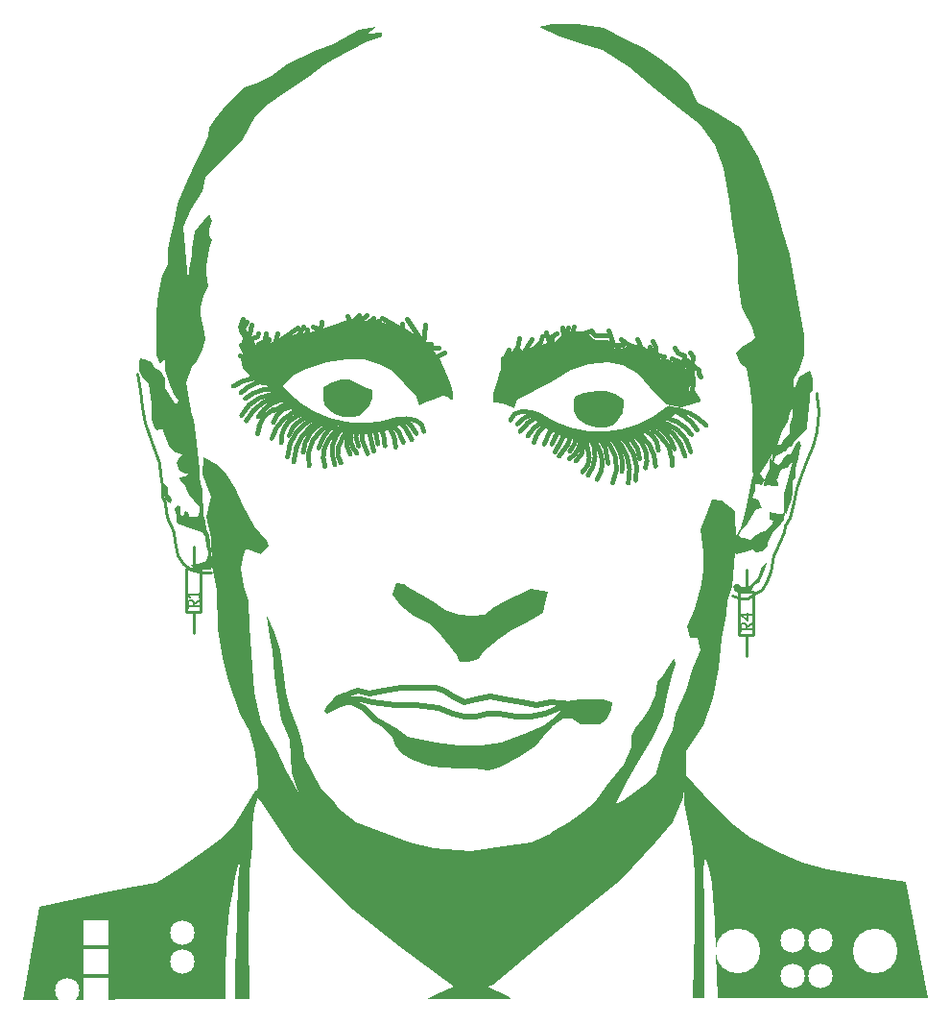
<source format=gto>
G04 start of page 2 for group 1 layer_idx 6 *
G04 Title: (unknown), top_silk *
G04 Creator: pcb-rnd 3.1.4-dev *
G04 CreationDate: 2024-02-11 09:28:28 UTC *
G04 For: STEM4ukraine *
G04 Format: Gerber/RS-274X *
G04 PCB-Dimensions: 334646 393701 *
G04 PCB-Coordinate-Origin: lower left *
%MOIN*%
%FSLAX25Y25*%
%LNTOP_SILK_NONE_1*%
%ADD55C,0.1550*%
%ADD54C,0.0850*%
%ADD53C,0.0070*%
%ADD52C,0.0800*%
%ADD51C,0.0150*%
%ADD50C,0.0200*%
%ADD49C,0.0100*%
%ADD48C,0.0001*%
G54D48*G36*
X263000Y212201D02*Y230701D01*
X262500Y237201D01*
X261000Y244701D01*
X259000Y246201D01*
X257500Y249701D01*
X259500Y252201D01*
X262500Y253701D01*
X264000Y255201D01*
X263000Y258701D01*
X259500Y265701D01*
X258000Y275201D01*
Y283201D01*
X256000Y294701D01*
X255000Y302701D01*
X253000Y314201D01*
X250000Y322201D01*
X245000Y329201D01*
X237500Y335201D01*
X229000Y341701D01*
X220500Y349201D01*
X211000Y355201D01*
X205500Y356701D01*
X195500Y360201D01*
X189000Y363201D01*
X193500Y364201D01*
X202500D01*
X211500Y362701D01*
X219000Y358701D01*
X225500Y355701D01*
X231500Y351701D01*
X237500Y347201D01*
X241000Y343201D01*
X244000Y336701D01*
X249500Y334201D01*
X259000Y328201D01*
X265000Y318201D01*
X270000Y305201D01*
X273500Y292701D01*
X276000Y284201D01*
X279000Y267201D01*
X281000Y256201D01*
Y249201D01*
X279500Y244201D01*
X277500Y240701D01*
Y236701D01*
X279500Y241701D01*
X283000Y243701D01*
X284000Y241201D01*
Y237201D01*
X281500Y234201D01*
X278500Y233201D01*
X276000Y229201D01*
X275500Y226201D01*
X273500Y222701D01*
X271500Y217201D01*
X268500Y212201D01*
X263500Y204701D01*
X263000Y212201D01*
G37*
G36*
X270500D02*X270000Y212701D01*
Y214701D01*
X270500Y216701D01*
X272000Y218201D01*
X273000D01*
X274000Y220201D01*
X275000Y220701D01*
X276000Y222201D01*
Y224701D01*
X277000Y227701D01*
Y231701D01*
X283000Y236701D01*
Y233701D01*
X282500Y228201D01*
X282000Y223701D01*
X280500Y221701D01*
X279000Y220701D01*
X277500Y218701D01*
X277000Y217701D01*
X275500Y217201D01*
X275000Y216201D01*
X274000Y215701D01*
X272500Y214701D01*
X271000Y214201D01*
X270500Y211701D01*
Y212201D01*
G37*
G36*
X267000Y204201D02*X267500Y205701D01*
X268000Y207701D01*
X269000Y209701D01*
Y212201D01*
X269500Y213701D01*
X270500Y212201D01*
X272000Y211201D01*
X273000Y211701D01*
X274000Y213701D01*
X275000Y214701D01*
X276500D01*
X277000Y216201D01*
X278000Y218201D01*
X279500Y219701D01*
X280000Y217701D01*
X279500Y215701D01*
X279000Y213201D01*
X278500Y211201D01*
X278000Y209701D01*
Y206701D01*
X277000Y205701D01*
Y201201D01*
X276500Y198201D01*
X275500Y195701D01*
X275000Y194201D01*
X274000Y195201D01*
Y201201D01*
X275500Y205701D01*
X276500Y209701D01*
X277000Y212201D01*
X276500Y211701D01*
X275500Y210201D01*
X273500Y209701D01*
X272500Y208201D01*
X272000Y206701D01*
X271500Y206201D01*
X272000Y204701D01*
Y203701D01*
X270000D01*
X269000Y204201D01*
X267000Y203701D01*
Y204201D01*
G37*
G36*
X265000Y208701D02*X266500Y207201D01*
X267500Y205701D01*
X266500Y204201D01*
X264500Y204701D01*
X264000Y203701D01*
Y202201D01*
X263000Y199701D01*
X265000Y199201D01*
X266500Y196201D01*
X264500Y195701D01*
X261500Y190701D01*
X259500Y188701D01*
X258500Y186701D01*
X259000Y185701D01*
X260000D01*
X262500Y185201D01*
X264500Y186701D01*
X266000Y187701D01*
X267500Y188201D01*
X270000Y190701D01*
X270500Y191701D01*
X269000Y192201D01*
Y194701D01*
X272000Y194201D01*
X273500D01*
X274500Y194701D01*
X274000Y192201D01*
X273000Y190701D01*
X270500Y188201D01*
X268500Y184201D01*
Y182701D01*
X266500Y181201D01*
X264500Y180701D01*
X263000Y181701D01*
X260000Y180701D01*
X257500Y180201D01*
X256500Y182201D01*
X257000Y185701D01*
X259000Y189201D01*
X260000Y192701D01*
X261000Y196701D01*
X262000Y201701D01*
X263000Y207201D01*
X265000Y208701D01*
G37*
G36*
X201500Y234701D02*X204500Y236201D01*
X209000Y236701D01*
X212000D01*
X215500Y235701D01*
X218500Y233701D01*
Y232201D01*
X218000Y229201D01*
X216500Y226701D01*
X215000Y225201D01*
X212500Y224201D01*
X209000D01*
X205500Y225201D01*
X202500Y227201D01*
X201000Y229701D01*
Y233201D01*
X201500Y234701D01*
G37*
G36*
X177500Y232201D02*X174500Y232701D01*
X173000D01*
Y235701D01*
X174500Y239701D01*
X175500Y243701D01*
X181000Y247701D01*
X188000Y251201D01*
X195000Y253701D01*
X202500Y254701D01*
X211000Y252701D01*
X217500Y249201D01*
X223500Y247701D01*
X231500Y244701D01*
X237500Y239701D01*
X242000Y236201D01*
X244000Y232701D01*
X238500Y231201D01*
X233000Y232201D01*
X227500Y238201D01*
X223500Y242701D01*
X218000Y245701D01*
X213000Y246701D01*
X206500Y246201D01*
X200000Y244201D01*
X193000Y239701D01*
X181500Y233701D01*
X180500Y230701D01*
X177500Y232201D01*
G37*
G36*
X90000Y91701D02*X89500Y85701D01*
Y79201D01*
X88500Y69701D01*
Y62201D01*
X88000Y50201D01*
Y42201D01*
X88500Y33201D01*
Y25701D01*
X83500D01*
Y35201D01*
X84000Y53201D01*
X84500Y66701D01*
X85000Y73201D01*
X84500Y72201D01*
X83500Y68201D01*
X82500Y61701D01*
X81500Y56701D01*
X80500Y45701D01*
X80000Y34701D01*
Y25701D01*
X22500D01*
Y59201D01*
X38000Y62701D01*
X48500Y64701D01*
X56000Y66201D01*
X64000Y71201D01*
X74000Y78201D01*
X79500Y82201D01*
X83000Y86201D01*
X89000Y95701D01*
X90500Y98201D01*
X91500D01*
X91000Y95201D01*
X90000Y91701D01*
G37*
G36*
X115500Y124701D02*X114500Y125701D01*
X115500Y127701D01*
X117000Y129201D01*
X118000Y130701D01*
X121000Y132201D01*
X126000Y133201D01*
X123500Y132201D01*
X121000Y130701D01*
X121500Y129701D01*
X125000Y128201D01*
X123500Y127701D01*
X122000D01*
X120000Y127201D01*
X116000Y125201D01*
X115500Y124701D01*
G37*
G36*
X133500Y122201D02*X138000Y119201D01*
X143000Y115701D01*
X149500Y114201D01*
X160000Y112701D01*
X168000D01*
X176500Y113701D01*
X183500Y116701D01*
X192000Y120201D01*
X198000Y126201D01*
X193500Y120201D01*
X190500Y116701D01*
X188000Y113701D01*
X182000Y109701D01*
X175000Y106201D01*
X171500Y105201D01*
X166500Y105701D01*
X162000D01*
X155000Y106201D01*
X150500Y106701D01*
X145000Y108701D01*
X141500Y110701D01*
X139000Y113701D01*
X138000Y116701D01*
X132000Y122701D01*
X133500Y122201D01*
G37*
G36*
X154000Y27701D02*X156500Y28701D01*
X159500Y30201D01*
X171000D01*
X178000Y26701D01*
X179500Y25701D01*
X150000D01*
X152000Y26701D01*
X154000Y27701D01*
G37*
G36*
X256500Y168701D02*X257000Y169701D01*
X258000D01*
X259500Y168701D01*
X262000Y169201D01*
X263500Y170201D01*
X265000Y172201D01*
X266500Y175701D01*
X268500Y177701D01*
X267000Y174201D01*
X265500Y170201D01*
X264000Y169701D01*
X262500Y167201D01*
X261500Y166701D01*
X258500D01*
X257000Y167201D01*
X256500Y168701D01*
G37*
G36*
X194000Y122201D02*X198000Y125701D01*
X199500Y129201D01*
X198500D01*
X203000Y129701D01*
X211500D01*
X214500Y128701D01*
X214000Y126201D01*
X212500Y122701D01*
X210000Y121201D01*
X203500D01*
X200500Y123201D01*
X197500D01*
X194000Y121201D01*
Y122201D01*
G37*
G36*
X229000Y102201D02*X231000Y109201D01*
X232500Y113201D01*
X235500Y119201D01*
X236500Y124701D01*
X240000Y132701D01*
X242000Y139701D01*
X245000Y146701D01*
X244000Y151201D01*
X241500D01*
X240500Y155201D01*
X243000Y161201D01*
X245500Y169701D01*
X246000Y174701D01*
Y180701D01*
X245000Y188701D01*
X247000Y193701D01*
X249000Y199201D01*
X252500Y198701D01*
X257000Y195201D01*
X257500Y184701D01*
X256000Y168701D01*
X254500Y164201D01*
X254000Y159201D01*
X252500Y150701D01*
X251500Y140701D01*
X249500Y130201D01*
X246000Y120701D01*
X240000Y111701D01*
X229000Y102201D01*
G37*
G36*
X193500Y83701D02*X199500Y87201D01*
X204500Y90701D01*
X208500Y94201D01*
X212500Y99701D01*
X218500Y107201D01*
X221000Y113201D01*
Y117201D01*
X222500Y119701D01*
X225000Y123201D01*
X227000Y126201D01*
X229500Y131201D01*
X230000Y135701D01*
X232000Y138201D01*
X234500Y141701D01*
X236000Y144201D01*
X236500Y141701D01*
X235000Y137701D01*
X233500Y131201D01*
X232000Y124201D01*
X228000Y115701D01*
X223500Y108201D01*
X219500Y101201D01*
X215500Y93201D01*
X213000Y88701D01*
X210000Y83701D01*
X188000Y75201D01*
X189500Y77701D01*
X193500Y83701D01*
G37*
G36*
X125500Y87201D02*X136000Y83201D01*
X144000Y80201D01*
X152500Y78201D01*
X165500Y77201D01*
X176500Y78701D01*
X186500Y80201D01*
X194500Y83701D01*
X218500Y94701D01*
X227000Y101201D01*
X232500Y107201D01*
X240000Y112201D01*
Y104701D01*
X239000Y95701D01*
X235500Y87201D01*
X229500Y80201D01*
X217500Y67201D01*
X202500Y55201D01*
X191500Y46201D01*
X173000Y30701D01*
X170500Y29701D01*
X159500Y30201D01*
X140500Y44201D01*
X124500Y56701D01*
X103500Y77701D01*
X92000Y94701D01*
X119000Y92201D01*
X125500Y87201D01*
G37*
G36*
X86000Y178701D02*X85500Y175201D01*
X86500Y169201D01*
X88000Y163701D01*
X88500Y155201D01*
X89500Y141201D01*
X90000Y132201D01*
X92500Y121701D01*
X98000Y111701D01*
X101000Y105201D01*
X108000Y92701D01*
X106500Y88701D01*
X96000Y89701D01*
X91000Y95701D01*
X91500Y101701D01*
X90500Y111201D01*
X88500Y118701D01*
X85000Y124701D01*
X81000Y136201D01*
X79000Y144201D01*
X77500Y154201D01*
X77000Y167701D01*
X75500Y176201D01*
X75000Y185701D01*
X73500Y193201D01*
X75000Y200201D01*
X72000Y207701D01*
X72500Y213701D01*
X77500Y211201D01*
X80500Y207701D01*
X83500Y203201D01*
X86000Y197201D01*
X90000Y189701D01*
X94500Y184701D01*
X95000Y183201D01*
X92500Y180201D01*
X87000Y182201D01*
X86000Y178701D01*
G37*
G36*
X97000Y153201D02*X99000Y147201D01*
X100000Y140201D01*
X101000Y132201D01*
X102500Y126701D01*
X105500Y119201D01*
X107000Y113201D01*
X107500Y109701D01*
X110000Y104701D01*
X113000Y99201D01*
X117500Y94701D01*
X119500Y91701D01*
X120000Y85701D01*
X110500Y90201D01*
X107000Y92701D01*
X103000Y104201D01*
X102500Y115701D01*
X99500Y122701D01*
X98000Y131201D01*
X97000Y138201D01*
X96500Y146701D01*
X95500Y151701D01*
X94500Y158701D01*
X97000Y153201D01*
G37*
G36*
X160500Y145201D02*X158000Y148201D01*
X155000Y151701D01*
X151500Y155701D01*
X145500Y158701D01*
X141000Y162201D01*
X138000Y166201D01*
X139500Y170201D01*
X142000Y169701D01*
X144500Y168201D01*
X148000Y166201D01*
X152000Y163701D01*
X156500Y160701D01*
X161000Y159201D01*
X166000Y158701D01*
X170000Y159201D01*
X173500Y161701D01*
X177000Y163701D01*
X186000Y168201D01*
X192000Y167201D01*
X191000Y163201D01*
X190500Y159701D01*
X184000Y156201D01*
X179500Y153701D01*
X175000Y150701D01*
X169500Y146201D01*
X168000Y143701D01*
X164500Y142701D01*
X161500D01*
X160500Y145201D01*
G37*
G36*
X69000Y208201D02*X66000D01*
X64000Y209201D01*
X63000Y211701D01*
X64000Y213701D01*
X65000Y214701D01*
X62000Y215701D01*
X60500Y217701D01*
X59000Y221201D01*
X58000Y223701D01*
X56000Y223201D01*
X55500Y224201D01*
X54500Y227201D01*
Y232201D01*
X54000Y234701D01*
X53500Y239201D01*
X51000Y241701D01*
X50000Y243701D01*
Y246701D01*
X50500Y248201D01*
X52000Y247701D01*
X54500Y246701D01*
X55500Y244701D01*
X57500Y243701D01*
X59000Y241201D01*
Y237701D01*
X62000Y233201D01*
X63000Y232201D01*
X64000Y233701D01*
X67500Y231701D01*
X69000Y226701D01*
X70000Y218701D01*
X71000Y209701D01*
X69000Y208201D01*
G37*
G36*
X70500Y176701D02*X73500Y177701D01*
X74000Y179701D01*
Y181201D01*
X73500Y182701D01*
X73000Y186201D01*
X72000Y187701D01*
X71000Y188201D01*
X68000Y189201D01*
X66000Y189701D01*
X65500Y190201D01*
X63500Y190701D01*
X63000Y191701D01*
Y193701D01*
X62500Y195701D01*
X63500Y197201D01*
X64500Y196701D01*
Y194201D01*
X65500Y193201D01*
X66000Y195201D01*
X67000Y194701D01*
X67500Y193701D01*
Y193201D01*
X70500D01*
X71000Y194701D01*
Y196701D01*
X69000Y198701D01*
X67500Y200701D01*
X66500Y202701D01*
X66000Y204201D01*
X64500Y205701D01*
X64000Y206701D01*
X66000Y207201D01*
X67500Y208201D01*
X68500Y209201D01*
X71000Y209701D01*
Y207201D01*
X71500Y204701D01*
X72000Y202701D01*
Y199201D01*
X72500Y196701D01*
Y193701D01*
X73000Y191701D01*
X73500Y188701D01*
X74500Y186701D01*
X75500Y178201D01*
Y176201D01*
X75000Y174701D01*
X72500D01*
X70000Y175201D01*
X68000Y176201D01*
X67500D01*
X70500Y176701D01*
G37*
G36*
X59500Y198701D02*X59000Y199701D01*
X58500Y201201D01*
Y205201D01*
X60000Y203201D01*
Y201201D01*
X61000Y200201D01*
X61500Y198701D01*
X61000Y197701D01*
X59500Y198701D01*
G37*
G36*
X146500Y234701D02*X138000Y243701D01*
X133500Y246201D01*
X128000Y247701D01*
X122000D01*
X115000Y246701D01*
X107500Y244201D01*
X103500Y242201D01*
X100500Y239201D01*
X99000Y235201D01*
X97500Y236701D01*
X94000Y238701D01*
X91000Y239201D01*
X86000Y244701D01*
X85500Y248201D01*
X88500Y247701D01*
X93000Y250701D01*
X96500Y253701D01*
X102500Y256201D01*
X109500Y257201D01*
X116000Y259201D01*
X123500Y261701D01*
X133500Y260701D01*
X142000Y258701D01*
X150500Y253201D01*
X154500Y248201D01*
X157000Y242201D01*
X158500Y238701D01*
X159000Y236201D01*
Y233701D01*
X158500D01*
X157500Y234701D01*
X155500Y235201D01*
X153000Y234201D01*
X150000Y233201D01*
X147500Y231701D01*
X146500Y234701D01*
G37*
G36*
X67000Y274701D02*X67500Y279201D01*
X68500Y283701D01*
Y286201D01*
X69500Y292201D01*
X72500Y295701D01*
X74500Y298201D01*
X75500Y295701D01*
X74500Y293201D01*
Y290701D01*
X75500Y289201D01*
X74500Y286201D01*
X73500Y280201D01*
Y277701D01*
X74000Y273201D01*
X72500Y269701D01*
X71500Y265701D01*
Y263201D01*
X72500Y258701D01*
X73000Y254701D01*
X72000Y251201D01*
X70000Y247201D01*
X68500Y245201D01*
X66500Y239701D01*
X67000Y235701D01*
X68000Y230201D01*
X63500Y233701D01*
X62000Y235701D01*
X60500Y239701D01*
X59000Y244201D01*
Y248201D01*
X57500Y246201D01*
X56000Y249201D01*
Y263201D01*
X56500Y268201D01*
X57000Y272201D01*
X58000Y276701D01*
X60000Y280701D01*
Y286201D01*
X61000Y290701D01*
X62500Y296201D01*
X63500Y301701D01*
X66000Y308201D01*
X69000Y314701D01*
X72000Y320701D01*
X74000Y325201D01*
X74500Y328201D01*
X76500Y331201D01*
X80500Y336201D01*
X86500Y342201D01*
X91500Y343701D01*
X96000Y346201D01*
X101500Y350201D01*
X111000Y354701D01*
X117500Y357201D01*
X126500Y362201D01*
X132500Y363201D01*
X129500Y360701D01*
X134500Y361201D01*
Y359701D01*
X129500Y358201D01*
X123000Y354701D01*
X118000Y352201D01*
X114000Y349701D01*
X109500Y346201D01*
X100500Y340201D01*
X94000Y335701D01*
X90500Y332201D01*
X86000Y324201D01*
X77000Y315201D01*
X73000Y310701D01*
X72000Y306201D01*
X68000Y299701D01*
X65500Y293701D01*
X67000Y274701D01*
G37*
G36*
X117000Y239701D02*X120000Y240701D01*
X123000D01*
X126500Y239201D01*
X128500Y238201D01*
X131000Y237201D01*
Y234201D01*
X130000Y231701D01*
X128500Y229701D01*
X126500Y228201D01*
X124000Y227701D01*
X121000D01*
X118000Y228701D01*
X116000Y230201D01*
X114500Y232201D01*
X114000Y234201D01*
Y238201D01*
X117000Y239701D01*
G37*
G36*
X41732Y25638D02*X9646D01*
X15354Y57724D01*
X38583Y62843D01*
X41732Y25638D01*
G37*
G36*
X316535Y66386D02*X324016Y26228D01*
X292520D01*
X300787Y68748D01*
X316535Y66386D01*
G37*
G36*
X246000Y96701D02*X255500Y87201D01*
X262500Y81701D01*
X272000Y76701D01*
X280500Y73201D01*
X289000Y70701D01*
X304500Y68201D01*
X308000Y67701D01*
Y26201D01*
X251000D01*
X250500Y41701D01*
X250000Y52701D01*
X249000Y65701D01*
X248000Y71201D01*
X247000Y74201D01*
X246500D01*
X246000Y69701D01*
X246500Y58701D01*
Y26201D01*
X242500D01*
X243000Y51201D01*
Y69201D01*
X242500Y78201D01*
X240500Y88701D01*
X239500Y93701D01*
Y99201D01*
X239000Y104201D01*
X239500D01*
X246000Y96701D01*
G37*
G54D49*X65500Y176701D02*X63500Y179701D01*
X62500Y184701D01*
X62000Y187701D01*
X61000Y190201D01*
X75000Y173701D02*X72000D01*
X68000Y174701D01*
X65500Y176701D01*
X71500Y175201D02*X66500D01*
X69000Y152701D02*Y160201D01*
X66500D02*X71500D01*
X66500D02*Y175201D01*
X71500D02*Y160201D01*
G54D50*X188000Y127701D02*X193000Y128701D01*
X183000D02*X188000Y127701D01*
X186000Y123701D02*X191000Y124701D01*
X184000Y116701D02*X191000Y119701D01*
X196000Y126701D02*X198000D01*
X195000Y122701D02*X198000Y125701D01*
X191000Y119701D02*X195000Y122701D01*
X198000Y126701D02*Y125701D01*
X193000Y128701D02*X200000Y128201D01*
X191000Y124701D02*X198500Y127701D01*
X181000Y123701D02*X186000D01*
X175000Y124701D02*X181000Y123701D01*
X176000Y113701D02*X184000Y116701D01*
X169000Y112701D02*X176000Y113701D01*
X171000Y124701D02*X175000D01*
X167000Y123701D02*X171000Y124701D01*
X177000Y129701D02*X183000Y128701D01*
G54D49*X258500Y152201D02*Y167201D01*
X263500D02*Y152201D01*
X261000Y144701D02*Y152201D01*
Y167201D02*Y174701D01*
X258500Y152201D02*X263500D01*
Y167201D02*X258500D01*
G54D50*X172000Y130701D02*X177000Y129701D01*
X167000D02*X172000Y130701D01*
X127000Y129701D02*X120000D01*
X130000Y131701D02*X135000Y132701D01*
X126000D02*X130000Y131701D01*
X123000D02*X126000Y132701D01*
X120000Y129701D02*X123000Y131701D01*
X153000Y133701D02*X156000Y132701D01*
X141000Y133701D02*X153000D01*
X135000Y132701D02*X141000Y133701D01*
X163000Y128701D02*X167000Y129701D01*
X159000Y130701D02*X163000Y128701D01*
X156000Y132701D02*X159000Y130701D01*
X131000Y128701D02*X127000Y129701D01*
X124000Y128701D02*X128000Y126701D01*
X120000Y129701D02*X124000Y128701D01*
X132000Y122701D02*X128000Y126701D01*
X139000Y127701D02*X131000Y128701D01*
X139000Y118701D02*X132000Y122701D01*
X143000Y115701D02*X139000Y118701D01*
X153000Y113701D02*X143000Y115701D01*
X161000Y112701D02*X153000Y113701D01*
X161000Y112701D02*X169000D01*
X146000Y127701D02*X139000D01*
X154000Y126701D02*X146000Y127701D01*
X159000Y124701D02*X154000Y126701D01*
X163000Y123701D02*X159000Y124701D01*
X163000Y123701D02*X167000D01*
G54D49*X61000Y190201D02*X60000Y192201D01*
X59500Y194701D01*
X59000Y198201D01*
G54D51*X85000Y249201D02*X87750Y248201D01*
X96655Y230325D02*X102281Y233231D01*
X91707Y224676D02*X91060Y222262D01*
G54D49*X282000Y213201D02*X280000Y207701D01*
X278500Y203201D01*
G54D51*X156000Y250201D02*X153500Y248701D01*
X231683Y220438D02*X227000Y224701D01*
X235000Y213701D02*Y211201D01*
X198500Y223201D02*X194500Y215701D01*
X129422Y224406D02*X131344Y216126D01*
G54D49*X286000Y229701D02*X285500Y222701D01*
X284000Y217701D01*
X278500Y203201D02*X277500Y198201D01*
G54D51*X85000Y259201D02*X88026Y255674D01*
X86000Y261701D02*X85000Y259201D01*
X85500Y257701D02*X87500Y260701D01*
X89000Y259701D02*X88500Y256701D01*
X90315Y250016D02*X87250Y254451D01*
X87500Y254534D02*X85500Y257701D01*
X88500Y256701D02*X87500Y254534D01*
X89000Y248201D02*X90315Y250016D01*
X86781Y252982D02*X89000Y248201D01*
X91675Y248875D02*X86781Y252982D01*
X91500Y253201D02*X93583Y254201D01*
X88026Y255674D02*X91500Y249201D01*
X91000Y255701D02*X91500Y256701D01*
X86500Y254201D02*X91000Y255701D01*
X93583Y254201D02*X91675Y248875D01*
X91500Y249201D02*Y253201D01*
X88000Y247701D02*X86500Y254201D01*
X85500Y252701D02*X88000Y247701D01*
X95000Y254701D02*X94500Y251201D01*
X97000Y253201D02*X105000Y258701D01*
X98000Y256701D02*X97000Y253201D01*
X107000Y259201D02*X105000Y255701D01*
X113000Y258201D02*X113500Y260701D01*
X110500Y259201D02*X113000Y258201D01*
X108500D02*X108000Y256201D01*
X129000Y260201D02*X133500Y261201D01*
X141500Y258201D02*Y260201D01*
X134500Y262201D02*X141500Y258201D01*
X154000Y251701D02*X151000D01*
X148844Y253201D02*X151500D01*
X149500Y259701D02*X148844Y253201D01*
X148500Y253701D02*X143000Y261701D01*
X131500Y262201D02*X129000Y260201D01*
Y263201D02*X125500Y260201D01*
X126500Y263201D02*X123500Y260201D01*
X122500Y262701D01*
X94000Y256701D02*X93000Y250701D01*
X187500Y251701D02*X183174Y249527D01*
X189500Y253701D02*X187500Y251701D01*
X190000Y255701D02*X189500Y253701D01*
X183174Y249527D02*X192643Y253201D01*
X193500Y255701D02*Y253701D01*
X192500D02*X193000Y252201D01*
X191500Y257201D02*X192500Y253701D01*
X182000Y250701D02*X179500Y246201D01*
X182000Y247701D02*Y250701D01*
X178000Y245201D02*X180000Y250201D01*
X178500Y251201D02*X178000Y245201D01*
X176500Y247201D02*X178500Y251201D01*
X176500Y243201D02*Y248201D01*
X186500Y254701D02*X182000Y247701D01*
X181500Y251701D02*X182000Y255201D01*
X180000Y250201D02*X181500Y251701D01*
G54D50*X204000Y254701D02*X197500Y254201D01*
G54D51*X200500Y255701D01*
X195000Y256701D02*X193500Y255701D01*
X192500Y251201D02*X197000Y255451D01*
X199000Y258701D02*X197500Y254201D01*
X200500Y257201D02*X197500Y255701D01*
X201000Y259201D02*X200500Y257201D01*
X197500Y255701D02*X197000Y258701D01*
G54D50*X211000Y252701D02*X204000Y254701D01*
G54D51*X213643Y256201D02*X208500D01*
X214500Y254201D02*X213000Y257701D01*
G54D50*X217500Y249201D02*X211000Y252701D01*
G54D51*X215500D02*X217000Y250701D01*
X214000Y252701D02*X218000D01*
X212500Y253701D02*X214000Y252701D01*
X217500Y254701D02*X220000Y252701D01*
X207500Y253701D02*X212500D01*
X205000Y256901D02*X207500Y253701D01*
X204500Y256701D02*X200400Y256801D01*
X207000Y257701D02*X204500Y256701D01*
X208500Y256201D02*X207000Y257701D01*
X219000Y251201D02*X220500Y252301D01*
X217000Y250701D02*X219000Y251201D01*
X220000Y252701D02*X223500Y251701D01*
G54D52*X221500Y248701D02*X224000Y247201D01*
G54D51*X225500Y251034D02*X226000Y248701D01*
X227500Y252201D02*X228500Y246201D01*
X226000Y250701D02*X228000Y251201D01*
X224500Y251701D02*X226000Y250701D01*
X223000Y254701D02*X224500Y251701D01*
X229500Y252201D02*Y248701D01*
X228000Y251201D02*X230500Y249201D01*
X228500Y254201D02*X229500Y252201D01*
X200500Y255701D02*X205746Y255946D01*
G54D49*X285500Y236201D02*Y235201D01*
X286000Y229701D01*
X284000Y217701D02*X282000Y213201D01*
G54D51*X233500Y247201D02*X235000Y246201D01*
X231500Y247201D02*X233500D01*
X235000Y248201D02*X237500Y247201D01*
G54D52*X236500Y242201D02*X229500Y243701D01*
G54D51*X235000Y246201D02*X240500Y247401D01*
X237500Y247201D02*X238000Y245201D01*
X240500Y243701D02*Y240701D01*
X238000Y245201D02*X241444Y246645D01*
X242500Y248701D02*X242000Y246201D01*
X241500Y250201D02*X242500Y248701D01*
X239500Y249201D02*Y248201D01*
X242000Y246201D02*X240500Y243701D01*
X242500Y239701D02*X242000Y243701D01*
G54D52*X238500Y240701D02*X236500Y242201D01*
G54D51*X241444Y246645D02*X238500Y237701D01*
X240500Y240701D02*X240000Y237201D01*
X242000Y236701D02*X242500Y239701D01*
X244000Y233701D02*X242000Y236701D01*
X244500Y242701D02*X245000Y241701D01*
X244500Y244201D02*Y242701D01*
X239500Y248201D02*X244500Y244201D01*
X237000Y250201D02*X239500Y249201D01*
X236000Y251701D02*X237000Y250201D01*
X226000Y248701D02*X231500Y247201D01*
X230500Y249201D02*X232500Y248701D01*
G54D49*X277500Y198201D02*X276000Y192701D01*
X274500Y190201D01*
X274000Y187701D01*
X69000Y175201D02*Y182701D01*
X274000Y187701D02*X272500Y184201D01*
X271500Y181701D01*
X270500Y179701D01*
X269500Y174201D01*
X268000Y170701D01*
X266500Y167701D01*
X264500Y166701D01*
X261500Y164701D01*
X259000D01*
X256000Y165701D01*
X57500Y207701D02*X57000Y211701D01*
X54500Y219201D01*
X52000Y225701D01*
X51000Y231201D01*
X59000Y198201D02*X58000Y200201D01*
Y204201D01*
X57500Y207701D01*
X51000Y231201D02*X50500Y237201D01*
X49500Y242701D01*
G54D51*X96848Y240554D02*G75*G03X85478Y236176I-760J-14981D01*G01*
X97073Y240838D02*G75*G03X82884Y238527I-4529J-16904D01*G01*
X99677Y237035D02*G75*G03X87022Y234209I-3623J-13523D01*G01*
X91501Y227843D02*G75*G02X101907Y234194I11185J-6626D01*G01*
X91707Y224676D02*G75*G02X96655Y230325I8210J-2200D01*G01*
X96701Y225926D02*G75*G02X105886Y231230I7244J-1941D01*G01*
G54D50*X117891Y223872D02*G75*G02X94859Y240476I10353J38637D01*G01*
G54D51*X99491Y218824D02*G75*G02X111423Y228711I9473J711D01*G01*
X96243Y220355D02*G75*G02X106959Y230447I13523J-3623D01*G01*
G54D50*X140152Y226902D02*G75*G02X96844Y240959I-12650J34770D01*G01*
G54D51*X87308Y226414D02*G75*G02X101589Y235039I13894J-6870D01*G01*
X85677Y228316D02*G75*G02X100738Y235198I11696J-5675D01*G01*
X101630Y213830D02*G75*G02X112675Y227813I14992J-488D01*G01*
X103861Y212219D02*G75*G02X114113Y227096I16495J-395D01*G01*
X109156Y210909D02*G75*G02X117489Y225512I12201J2717D01*G01*
X120745Y224139D02*G75*G03X118108Y211260I7926J-8332D01*G01*
X123816Y222802D02*G75*G03X125792Y215171I7727J-2071D01*G01*
X122332Y221129D02*G75*G03X123415Y214911I7244J-1941D01*G01*
X119236Y217300D02*G75*G02X124499Y224547I12074J-3235D01*G01*
X119236Y217300D02*G75*G03X120236Y211824I6279J-1682D01*G01*
X112440Y217050D02*G75*G02X118478Y225705I14972J-4012D01*G01*
X114371Y216533D02*G75*G03X114694Y210630I9176J-2459D01*G01*
X114371Y216533D02*G75*G02X122399Y224886I11591J-3106D01*G01*
X125653Y223863D02*G75*G03X126360Y217669I8210J-2200D01*G01*
X127228Y224447D02*G75*G03X129482Y215051I16976J-897D01*G01*
X133026Y218455D02*G75*G03X131313Y224655I-16947J-1345D01*G01*
X135520Y217754D02*G75*G03X133402Y225087I-12998J219D01*G01*
X107087Y215523D02*G75*G02X114997Y226266I12468J-897D01*G01*
G54D50*X117891Y223872D02*G75*G03X140992Y225998I8670J32359D01*G01*
G54D51*X102203Y221346D02*G75*G02X113225Y227710I8693J-2329D01*G01*
X139179Y217308D02*G75*G03X135477Y225515I-9991J431D01*G01*
X140316Y226541D02*G75*G02X144838Y219816I-12293J-13149D01*G01*
X137341Y225471D02*G75*G02X141883Y218967I-5255J-8508D01*G01*
X146076Y226673D02*G75*G03X140128Y227115I-4141J-15455D01*G01*
X140988Y227001D02*G75*G02X146409Y222080I-2071J-7727D01*G01*
X146076Y226673D02*G75*G02X149040Y222742I-1035J-3864D01*G01*
X188529Y228083D02*G75*G03X182421Y222758I8471J-15882D01*G01*
X191127Y226279D02*G75*G03X185056Y221173I2873J-9578D01*G01*
X187238Y218870D02*G75*G02X192939Y225839I9762J-2169D01*G01*
X183000Y229701D02*G75*G02X188860Y228589I0J-16000D01*G01*
G54D50*X209500Y219701D02*G75*G02X187737Y227733I0J33500D01*G01*
G54D51*X193479Y218386D02*G75*G02X196738Y223931I16021J-5685D01*G01*
X190888Y218354D02*G75*G02X194832Y224889I12612J-3153D01*G01*
X188000Y228701D02*G75*G03X181490Y225351I0J-8000D01*G01*
X183000Y229701D02*G75*G03X179119Y226671I0J-4000D01*G01*
G54D50*X209500Y219701D02*G75*G03X236045Y229778I0J40000D01*G01*
G54D51*X230500Y227701D02*G75*G02X241993Y221696I0J-14000D01*G01*
X236019Y216706D02*G75*G03X227611Y225534I-12519J-3505D01*G01*
X234143Y230368D02*G75*G02X243993Y223197I-3143J-14667D01*G01*
X234000Y230701D02*G75*G02X247107Y224796I0J-17500D01*G01*
X235000Y213701D02*G75*G03X231683Y220438I-8500J0D01*G01*
X239699Y214241D02*G75*G03X228137Y226268I-15199J-3040D01*G01*
X241766Y215656D02*G75*G03X229000Y226201I-12766J-2455D01*G01*
X230500Y216201D02*G75*G03X223000Y223701I-7500J0D01*G01*
G54D50*X188782Y228389D02*G75*G03X234252Y230758I21218J30312D01*G01*
G54D51*X224000Y213201D02*G75*G03X215000Y222201I-9000J0D01*G01*
X217775Y208840D02*G75*G03X212915Y221264I-12275J2361D01*G01*
X220036Y204813D02*G75*G03X213984Y221837I-16036J3887D01*G01*
X214582Y204919D02*G75*G03X210312Y221181I-11082J5782D01*G01*
X213000Y211701D02*G75*G03X209407Y221624I-15500J0D01*G01*
X211000Y211701D02*G75*G02X209161Y206083I-9500J0D01*G01*
X225967Y210062D02*G75*G03X217000Y222701I-8967J3138D01*G01*
X222608Y205792D02*G75*G03X215558Y222157I-14608J3408D01*G01*
X229500Y210701D02*G75*G03X221761Y223223I-14000J0D01*G01*
X206813Y220697D02*G75*G02X206026Y207575I-9813J-5997D01*G01*
X206500Y213701D02*G75*G02X204116Y208670I-6500J0D01*G01*
X211000Y211701D02*G75*G03X205408Y221847I-12000J0D01*G01*
X203500Y220201D02*G75*G02X199616Y213341I-8000J0D01*G01*
X202000Y221701D02*G75*G02X199714Y215901I-8500J0D01*G01*
X200630Y222673D02*G75*G02X196021Y214180I-16630J3528D01*G01*
X204500Y218201D02*G75*G02X201845Y212475I-7500J0D01*G01*
X206500Y213701D02*G75*G03X203291Y222063I-12500J0D01*G01*
G54D53*X67000Y161501D02*Y163501D01*
X67500Y164001D01*
X68500D01*
X69000Y163501D02*X68500Y164001D01*
X69000Y162001D02*Y163501D01*
X67000Y162001D02*X71000D01*
X69000Y162801D02*X71000Y164001D01*
X67800Y165201D02*X67000Y166001D01*
X71000D01*
Y165201D02*Y166701D01*
X259100Y153501D02*Y155501D01*
X259600Y156001D01*
X260600D01*
X261100Y155501D02*X260600Y156001D01*
X261100Y154001D02*Y155501D01*
X259100Y154001D02*X263100D01*
X261100Y154801D02*X263100Y156001D01*
X261600Y157201D02*X259100Y159201D01*
X261600Y157201D02*Y159701D01*
X259100Y159201D02*X263100D01*
%LPC*%
G54D48*G36*
X30701Y33071D02*X39362D01*
Y24409D01*
X30701D01*
Y33071D01*
G37*
G36*
X39370Y43000D02*Y34339D01*
X30709D01*
Y43000D01*
X39370D01*
G37*
G36*
Y53000D02*Y44339D01*
X30709D01*
Y53000D01*
X39370D01*
G37*
G54D54*X25000Y28701D03*
G54D55*X258220Y42559D03*
G54D54*X277000Y46299D03*
X65000Y38701D03*
G54D55*X305622Y42559D03*
G54D54*X286843Y33701D03*
X277000D03*
X286843Y46299D03*
X65000Y48701D03*
M02*

</source>
